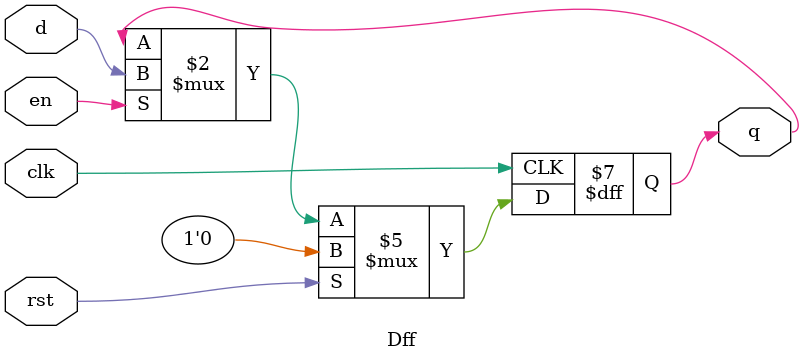
<source format=v>
`timescale 1ns / 1ps


module Dff(
    output reg q,
    input clk, rst, en, d
    );
    always @(posedge clk) begin //Ê±ÖÓÐÅºÅÉÏÉýÑØ´¥·¢
    if (rst) q <= 1'b0;
    else if (en) q <= d;
    end
endmodule

</source>
